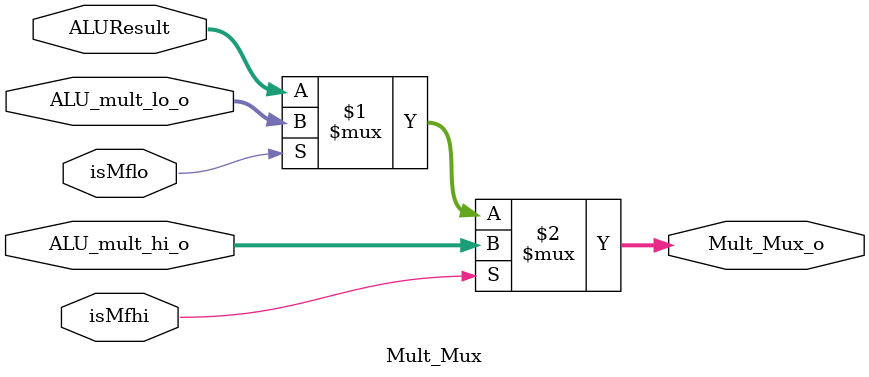
<source format=v>
module Mult_Mux(ALUResult,ALU_mult_hi_o,ALU_mult_lo_o,isMfhi,isMflo,Mult_Mux_o);
  input[31:0] ALUResult;
  input[31:0] ALU_mult_hi_o;
  input[31:0] ALU_mult_lo_o;
  input isMfhi;
  input isMflo;
  output[31:0] Mult_Mux_o;
  
  assign Mult_Mux_o=isMfhi?ALU_mult_hi_o:(isMflo?ALU_mult_lo_o:ALUResult);
  
  
endmodule

</source>
